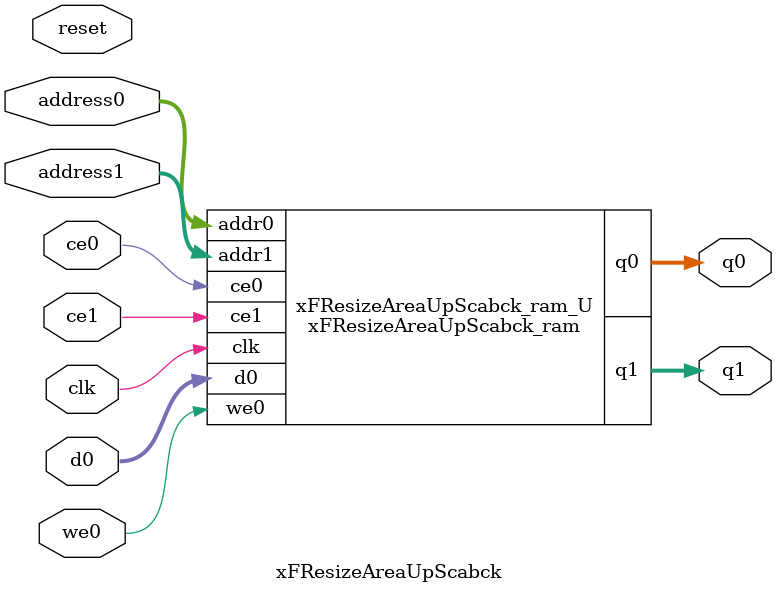
<source format=v>
`timescale 1 ns / 1 ps
module xFResizeAreaUpScabck_ram (addr0, ce0, d0, we0, q0, addr1, ce1, q1,  clk);

parameter DWIDTH = 24;
parameter AWIDTH = 9;
parameter MEM_SIZE = 320;

input[AWIDTH-1:0] addr0;
input ce0;
input[DWIDTH-1:0] d0;
input we0;
output reg[DWIDTH-1:0] q0;
input[AWIDTH-1:0] addr1;
input ce1;
output reg[DWIDTH-1:0] q1;
input clk;

(* ram_style = "block" *)reg [DWIDTH-1:0] ram[0:MEM_SIZE-1];




always @(posedge clk)  
begin 
    if (ce0) begin
        if (we0) 
            ram[addr0] <= d0; 
        q0 <= ram[addr0];
    end
end


always @(posedge clk)  
begin 
    if (ce1) begin
        q1 <= ram[addr1];
    end
end


endmodule

`timescale 1 ns / 1 ps
module xFResizeAreaUpScabck(
    reset,
    clk,
    address0,
    ce0,
    we0,
    d0,
    q0,
    address1,
    ce1,
    q1);

parameter DataWidth = 32'd24;
parameter AddressRange = 32'd320;
parameter AddressWidth = 32'd9;
input reset;
input clk;
input[AddressWidth - 1:0] address0;
input ce0;
input we0;
input[DataWidth - 1:0] d0;
output[DataWidth - 1:0] q0;
input[AddressWidth - 1:0] address1;
input ce1;
output[DataWidth - 1:0] q1;



xFResizeAreaUpScabck_ram xFResizeAreaUpScabck_ram_U(
    .clk( clk ),
    .addr0( address0 ),
    .ce0( ce0 ),
    .we0( we0 ),
    .d0( d0 ),
    .q0( q0 ),
    .addr1( address1 ),
    .ce1( ce1 ),
    .q1( q1 ));

endmodule


</source>
